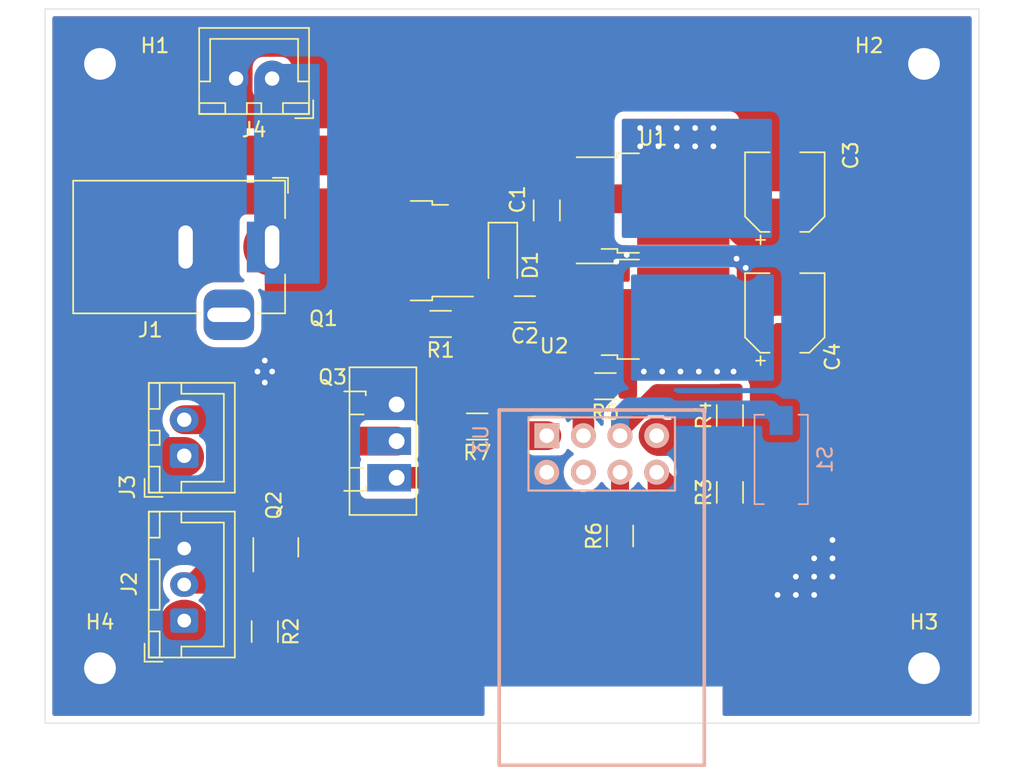
<source format=kicad_pcb>
(kicad_pcb (version 20211014) (generator pcbnew)
  (layers (0 "F.Cu" signal) (31 "B.Cu" signal) (34 "B.Paste" user) (35 "F.Paste" user) (36 "B.SilkS" user "B.Silkscreen") (37 "F.SilkS" user "F.Silkscreen") (38 "B.Mask" user) (39 "F.Mask" user) (44 "Edge.Cuts" user))
  (net 0 "")
  (net 1 "+24V")
  (net 2 "+5V")
  (net 3 "Net-(D1-Pad2)")
  (net 4 "Net-(J1-Pad1)")
  (net 5 "+3V3")
  (net 6 "Net-(R4-Pad2)")
  (net 7 "GND")
  (net 8 "Net-(J2-Pad2)")
  (net 9 "Net-(J3-Pad2)")
  (net 10 "Net-(Q2-Pad2)")
  (net 11 "Net-(R5-Pad2)")
  (net 12 "Net-(R6-Pad2)")
  (net 13 "Net-(R7-Pad1)")
  (net 15 "Net-(Q3-Pad1)")
  (footprint "Resistor_SMD:R_1206_3216Metric_Pad1.30x1.75mm_HandSolder" (layer "F.Cu") (at 138.553251 96.545751 180)
    (fp_text reference "R5" (at 0 -1.82) (layer "F.SilkS"))
    (fp_text value "1K")
    (fp_line (start -0.727064 0.91) (end 0.727064 0.91) (layer "F.SilkS") (width 0.12))
    (fp_line (start -0.727064 -0.91) (end 0.727064 -0.91) (layer "F.SilkS") (width 0.12))
    (pad "1" smd roundrect (at -1.55 0 180) (size 1.3 1.75) (layers "F.Cu" "F.Paste" "F.Mask") (roundrect_rratio 0.1923076923) (net 5 "+3V3"))
    (pad "2" smd roundrect (at 1.55 0 180) (size 1.3 1.75) (layers "F.Cu" "F.Paste" "F.Mask") (roundrect_rratio 0.1923076923) (net 11 "Net-(R5-Pad2)"))
  )
  (footprint "Connector_JST:JST_XH_B2B-XH-A_1x02_P2.50mm_Vertical" (layer "F.Cu") (at 115.439251 75.209751 180)
    (fp_text reference "J4" (at 1.25 -3.55 180) (layer "F.SilkS"))
    (fp_text value "Conn_01x02_Female")
    (fp_line (start -2.55 -2.45) (end -2.55 -1.7) (layer "F.SilkS") (width 0.12))
    (fp_line (start 5.05 -0.2) (end 4.3 -0.2) (layer "F.SilkS") (width 0.12))
    (fp_line (start -2.85 -2.75) (end -2.85 -1.5) (layer "F.SilkS") (width 0.12))
    (fp_line (start 1.75 -2.45) (end 0.75 -2.45) (layer "F.SilkS") (width 0.12))
    (fp_line (start 3.25 -1.7) (end 5.05 -1.7) (layer "F.SilkS") (width 0.12))
    (fp_line (start -2.56 3.51) (end 5.06 3.51) (layer "F.SilkS") (width 0.12))
    (fp_line (start 4.3 -0.2) (end 4.3 2.75) (layer "F.SilkS") (width 0.12))
    (fp_line (start -0.75 -2.45) (end -2.55 -2.45) (layer "F.SilkS") (width 0.12))
    (fp_line (start 1.75 -1.7) (end 1.75 -2.45) (layer "F.SilkS") (width 0.12))
    (fp_line (start -2.56 -2.46) (end -2.56 3.51) (layer "F.SilkS") (width 0.12))
    (fp_line (start 5.05 -1.7) (end 5.05 -2.45) (layer "F.SilkS") (width 0.12))
    (fp_line (start 5.06 3.51) (end 5.06 -2.46) (layer "F.SilkS") (width 0.12))
    (fp_line (start -2.55 -0.2) (end -1.8 -0.2) (layer "F.SilkS") (width 0.12))
    (fp_line (start -1.6 -2.75) (end -2.85 -2.75) (layer "F.SilkS") (width 0.12))
    (fp_line (start -2.55 -1.7) (end -0.75 -1.7) (layer "F.SilkS") (width 0.12))
    (fp_line (start 3.25 -2.45) (end 3.25 -1.7) (layer "F.SilkS") (width 0.12))
    (fp_line (start 5.06 -2.46) (end -2.56 -2.46) (layer "F.SilkS") (width 0.12))
    (fp_line (start 4.3 2.75) (end 1.25 2.75) (layer "F.SilkS") (width 0.12))
    (fp_line (start 0.75 -2.45) (end 0.75 -1.7) (layer "F.SilkS") (width 0.12))
    (fp_line (start 0.75 -1.7) (end 1.75 -1.7) (layer "F.SilkS") (width 0.12))
    (fp_line (start -1.8 -0.2) (end -1.8 2.75) (layer "F.SilkS") (width 0.12))
    (fp_line (start -0.75 -1.7) (end -0.75 -2.45) (layer "F.SilkS") (width 0.12))
    (fp_line (start -1.8 2.75) (end 1.25 2.75) (layer "F.SilkS") (width 0.12))
    (fp_line (start 5.05 -2.45) (end 3.25 -2.45) (layer "F.SilkS") (width 0.12))
    (pad "1" thru_hole roundrect (at 0 0 180) (size 1.7 2) (drill 1) (layers *.Cu *.Mask) (roundrect_rratio 0.1470588235) (net 4 "Net-(J1-Pad1)"))
    (pad "2" thru_hole oval (at 2.5 0 180) (size 1.7 2) (drill 1) (layers *.Cu *.Mask) (net 7 "GND"))
  )
  (footprint "Package_TO_SOT_SMD:TO-252-3_TabPin2" (layer "F.Cu") (at 141.855251 91.211751)
    (fp_text reference "U2" (at -6.858 2.54) (layer "F.SilkS"))
    (fp_text value "LD1086DT33TR")
    (fp_line (start -2.47 -3.45) (end -2.47 -3.18) (layer "F.SilkS") (width 0.12))
    (fp_line (start -0.97 3.45) (end -2.47 3.45) (layer "F.SilkS") (width 0.12))
    (fp_line (start -2.47 -3.18) (end -5.3 -3.18) (layer "F.SilkS") (width 0.12))
    (fp_line (start -2.47 3.18) (end -3.57 3.18) (layer "F.SilkS") (width 0.12))
    (fp_line (start -0.97 -3.45) (end -2.47 -3.45) (layer "F.SilkS") (width 0.12))
    (fp_line (start -2.47 3.45) (end -2.47 3.18) (layer "F.SilkS") (width 0.12))
    (pad "1" smd rect (at -4.2 -2.28) (size 2.2 1.2) (layers "F.Cu" "F.Paste" "F.Mask") (net 7 "GND"))
    (pad "2" smd rect (at 2.1 0) (size 6.4 5.8) (layers "F.Cu" "F.Mask") (net 5 "+3V3"))
    (pad "2" smd rect (at -4.2 0) (size 2.2 1.2) (layers "F.Cu" "F.Paste" "F.Mask") (net 5 "+3V3"))
    (pad "3" smd rect (at -4.2 2.28) (size 2.2 1.2) (layers "F.Cu" "F.Paste" "F.Mask") (net 1 "+24V"))
  )
  (footprint "Resistor_SMD:R_1206_3216Metric_Pad1.30x1.75mm_HandSolder" (layer "F.Cu") (at 127.123251 92.227751 180)
    (fp_text reference "R1" (at 0 -1.82) (layer "F.SilkS"))
    (fp_text value "R")
    (fp_line (start -0.727064 0.91) (end 0.727064 0.91) (layer "F.SilkS") (width 0.12))
    (fp_line (start -0.727064 -0.91) (end 0.727064 -0.91) (layer "F.SilkS") (width 0.12))
    (pad "1" smd roundrect (at -1.55 0 180) (size 1.3 1.75) (layers "F.Cu" "F.Paste" "F.Mask") (roundrect_rratio 0.1923076923) (net 3 "Net-(D1-Pad2)"))
    (pad "2" smd roundrect (at 1.55 0 180) (size 1.3 1.75) (layers "F.Cu" "F.Paste" "F.Mask") (roundrect_rratio 0.1923076923) (net 7 "GND"))
  )
  (footprint "Package_TO_SOT_SMD:TO-252-3_TabPin2" (layer "F.Cu") (at 141.855251 83.845751)
    (fp_text reference "U1" (at 0 -4.5) (layer "F.SilkS"))
    (fp_text value "LD1117DT50TR")
    (fp_line (start -2.47 3.45) (end -2.47 3.18) (layer "F.SilkS") (width 0.12))
    (fp_line (start -2.47 -3.18) (end -5.3 -3.18) (layer "F.SilkS") (width 0.12))
    (fp_line (start -2.47 3.18) (end -3.57 3.18) (layer "F.SilkS") (width 0.12))
    (fp_line (start -2.47 -3.45) (end -2.47 -3.18) (layer "F.SilkS") (width 0.12))
    (fp_line (start -0.97 -3.45) (end -2.47 -3.45) (layer "F.SilkS") (width 0.12))
    (fp_line (start -0.97 3.45) (end -2.47 3.45) (layer "F.SilkS") (width 0.12))
    (pad "1" smd rect (at -4.2 -2.28) (size 2.2 1.2) (layers "F.Cu" "F.Paste" "F.Mask") (net 7 "GND"))
    (pad "2" smd rect (at -4.2 0) (size 2.2 1.2) (layers "F.Cu" "F.Paste" "F.Mask") (net 2 "+5V"))
    (pad "2" smd rect (at 2.1 0) (size 6.4 5.8) (layers "F.Cu" "F.Mask") (net 2 "+5V"))
    (pad "3" smd rect (at -4.2 2.28) (size 2.2 1.2) (layers "F.Cu" "F.Paste" "F.Mask") (net 1 "+24V"))
  )
  (footprint "MountingHole:MountingHole_2.2mm_M2_Pad" (layer "F.Cu") (at 103.501251 74.193751)
    (fp_text reference "H1" (at 3.81 -1.27) (layer "F.SilkS"))
    (fp_text value "MountingHole_Pad")
    (pad "1" thru_hole circle (at 0 0) (size 4.4 4.4) (drill 2.2) (layers *.Cu *.Mask) (net 7 "GND"))
  )
  (footprint "Capacitor_SMD:CP_Elec_5x5.4" (layer "F.Cu") (at 150.999251 83.083751 90)
    (fp_text reference "C3" (at 2.54 4.572 90) (layer "F.SilkS"))
    (fp_text value "10uF")
    (fp_line (start -2.76 1.695563) (end -1.695563 2.76) (layer "F.SilkS") (width 0.12))
    (fp_line (start -2.76 -1.695563) (end -2.76 -1.06) (layer "F.SilkS") (width 0.12))
    (fp_line (start -3.625 -1.685) (end -3 -1.685) (layer "F.SilkS") (width 0.12))
    (fp_line (start -2.76 1.695563) (end -2.76 1.06) (layer "F.SilkS") (width 0.12))
    (fp_line (start 2.76 -2.76) (end 2.76 -1.06) (layer "F.SilkS") (width 0.12))
    (fp_line (start -3.3125 -1.9975) (end -3.3125 -1.3725) (layer "F.SilkS") (width 0.12))
    (fp_line (start -1.695563 2.76) (end 2.76 2.76) (layer "F.SilkS") (width 0.12))
    (fp_line (start 2.76 2.76) (end 2.76 1.06) (layer "F.SilkS") (width 0.12))
    (fp_line (start -2.76 -1.695563) (end -1.695563 -2.76) (layer "F.SilkS") (width 0.12))
    (fp_line (start -1.695563 -2.76) (end 2.76 -2.76) (layer "F.SilkS") (width 0.12))
    (pad "1" smd roundrect (at -2.2 0 90) (size 3 1.6) (layers "F.Cu" "F.Paste" "F.Mask") (roundrect_rratio 0.15625) (net 2 "+5V"))
    (pad "2" smd roundrect (at 2.2 0 90) (size 3 1.6) (layers "F.Cu" "F.Paste" "F.Mask") (roundrect_rratio 0.15625) (net 7 "GND"))
  )
  (footprint "MountingHole:MountingHole_2.2mm_M2_Pad" (layer "F.Cu") (at 160.651251 116.103751)
    (fp_text reference "H3" (at 0 -3.2) (layer "F.SilkS"))
    (fp_text value "MountingHole_Pad")
    (pad "1" thru_hole circle (at 0 0) (size 4.4 4.4) (drill 2.2) (layers *.Cu *.Mask) (net 7 "GND"))
  )
  (footprint "MountingHole:MountingHole_2.2mm_M2_Pad" (layer "F.Cu") (at 160.651251 74.193751)
    (fp_text reference "H2" (at -3.81 -1.27) (layer "F.SilkS"))
    (fp_text value "MountingHole_Pad")
    (pad "1" thru_hole circle (at 0 0) (size 4.4 4.4) (drill 2.2) (layers *.Cu *.Mask) (net 7 "GND"))
  )
  (footprint "Resistor_SMD:R_1206_3216Metric_Pad1.30x1.75mm_HandSolder" (layer "F.Cu") (at 129.663251 99.339751 180)
    (fp_text reference "R7" (at 0 -1.82) (layer "F.SilkS"))
    (fp_text value "R")
    (fp_line (start -0.727064 -0.91) (end 0.727064 -0.91) (layer "F.SilkS") (width 0.12))
    (fp_line (start -0.727064 0.91) (end 0.727064 0.91) (layer "F.SilkS") (width 0.12))
    (pad "1" smd roundrect (at -1.55 0 180) (size 1.3 1.75) (layers "F.Cu" "F.Paste" "F.Mask") (roundrect_rratio 0.1923076923) (net 13 "Net-(R7-Pad1)"))
    (pad "2" smd roundrect (at 1.55 0 180) (size 1.3 1.75) (layers "F.Cu" "F.Paste" "F.Mask") (roundrect_rratio 0.1923076923) (net 15 "Net-(Q3-Pad1)"))
  )
  (footprint "Package_TO_SOT_SMD:SOT-23" (layer "F.Cu") (at 115.693251 107.721751 90)
    (fp_text reference "Q2" (at 2.921 -0.127 90) (layer "F.SilkS"))
    (fp_text value "BS170")
    (fp_line (start 0 -1.56) (end -1.675 -1.56) (layer "F.SilkS") (width 0.12))
    (fp_line (start 0 1.56) (end -0.65 1.56) (layer "F.SilkS") (width 0.12))
    (fp_line (start 0 1.56) (end 0.65 1.56) (layer "F.SilkS") (width 0.12))
    (fp_line (start 0 -1.56) (end 0.65 -1.56) (layer "F.SilkS") (width 0.12))
    (pad "1" smd roundrect (at -0.9375 -0.95 90) (size 1.475 0.6) (layers "F.Cu" "F.Paste" "F.Mask") (net 5 "+3V3"))
    (pad "2" smd roundrect (at -0.9375 0.95 90) (size 1.475 0.6) (layers "F.Cu" "F.Paste" "F.Mask") (net 10 "Net-(Q2-Pad2)"))
    (pad "3" smd roundrect (at 0.9375 0 90) (size 1.475 0.6) (layers "F.Cu" "F.Paste" "F.Mask") (net 8 "Net-(J2-Pad2)"))
  )
  (footprint "Package_TO_SOT_SMD:TO-252-2" (layer "F.Cu") (at 124.075251 87.147751 180)
    (fp_text reference "Q1" (at 5.08 -4.699) (layer "F.SilkS"))
    (fp_text value "IRFR9024PBF")
    (fp_line (start -0.97 3.45) (end -2.47 3.45) (layer "F.SilkS") (width 0.12))
    (fp_line (start -0.97 -3.45) (end -2.47 -3.45) (layer "F.SilkS") (width 0.12))
    (fp_line (start -2.47 3.18) (end -3.57 3.18) (layer "F.SilkS") (width 0.12))
    (fp_line (start -2.47 3.45) (end -2.47 3.18) (layer "F.SilkS") (width 0.12))
    (fp_line (start -2.47 -3.18) (end -5.3 -3.18) (layer "F.SilkS") (width 0.12))
    (fp_line (start -2.47 -3.45) (end -2.47 -3.18) (layer "F.SilkS") (width 0.12))
    (pad "1" smd rect (at -4.2 -2.28 180) (size 2.2 1.2) (layers "F.Cu" "F.Paste" "F.Mask") (net 3 "Net-(D1-Pad2)"))
    (pad "2" smd rect (at 2.1 0 180) (size 6.4 5.8) (layers "F.Cu" "F.Mask") (net 4 "Net-(J1-Pad1)"))
    (pad "3" smd rect (at -4.2 2.28 180) (size 2.2 1.2) (layers "F.Cu" "F.Paste" "F.Mask") (net 1 "+24V"))
  )
  (footprint "Resistor_SMD:R_1206_3216Metric_Pad1.30x1.75mm_HandSolder" (layer "F.Cu") (at 147.189251 98.577751 90)
    (fp_text reference "R4" (at 0 -1.82 90) (layer "F.SilkS"))
    (fp_text value "1K")
    (fp_line (start -0.727064 -0.91) (end 0.727064 -0.91) (layer "F.SilkS") (width 0.12))
    (fp_line (start -0.727064 0.91) (end 0.727064 0.91) (layer "F.SilkS") (width 0.12))
    (pad "1" smd roundrect (at -1.55 0 90) (size 1.3 1.75) (layers "F.Cu" "F.Paste" "F.Mask") (roundrect_rratio 0.1923076923) (net 5 "+3V3"))
    (pad "2" smd roundrect (at 1.55 0 90) (size 1.3 1.75) (layers "F.Cu" "F.Paste" "F.Mask") (roundrect_rratio 0.1923076923) (net 6 "Net-(R4-Pad2)"))
  )
  (footprint "Resistor_SMD:R_1206_3216Metric_Pad1.30x1.75mm_HandSolder" (layer "F.Cu") (at 139.569251 106.933751 90)
    (fp_text reference "R6" (at 0 -1.82 90) (layer "F.SilkS"))
    (fp_text value "1K")
    (fp_line (start -0.727064 0.91) (end 0.727064 0.91) (layer "F.SilkS") (width 0.12))
    (fp_line (start -0.727064 -0.91) (end 0.727064 -0.91) (layer "F.SilkS") (width 0.12))
    (pad "1" smd roundrect (at -1.55 0 90) (size 1.3 1.75) (layers "F.Cu" "F.Paste" "F.Mask") (roundrect_rratio 0.1923076923) (net 5 "+3V3"))
    (pad "2" smd roundrect (at 1.55 0 90) (size 1.3 1.75) (layers "F.Cu" "F.Paste" "F.Mask") (roundrect_rratio 0.1923076923) (net 12 "Net-(R6-Pad2)"))
  )
  (footprint "Connector_JST:JST_XH_B2B-XH-A_1x02_P2.50mm_Vertical" (layer "F.Cu") (at 109.343251 101.371751 90)
    (fp_text reference "J3" (at -2.159 -3.937 90) (layer "F.SilkS"))
    (fp_text value "Lights Header")
    (fp_line (start 1.75 -2.45) (end 0.75 -2.45) (layer "F.SilkS") (width 0.12))
    (fp_line (start -2.55 -0.2) (end -1.8 -0.2) (layer "F.SilkS") (width 0.12))
    (fp_line (start 0.75 -2.45) (end 0.75 -1.7) (layer "F.SilkS") (width 0.12))
    (fp_line (start 3.25 -2.45) (end 3.25 -1.7) (layer "F.SilkS") (width 0.12))
    (fp_line (start 5.05 -2.45) (end 3.25 -2.45) (layer "F.SilkS") (width 0.12))
    (fp_line (start 5.05 -1.7) (end 5.05 -2.45) (layer "F.SilkS") (width 0.12))
    (fp_line (start -1.8 2.75) (end 1.25 2.75) (layer "F.SilkS") (width 0.12))
    (fp_line (start -2.55 -1.7) (end -0.75 -1.7) (layer "F.SilkS") (width 0.12))
    (fp_line (start -2.56 -2.46) (end -2.56 3.51) (layer "F.SilkS") (width 0.12))
    (fp_line (start -2.55 -2.45) (end -2.55 -1.7) (layer "F.SilkS") (width 0.12))
    (fp_line (start 4.3 -0.2) (end 4.3 2.75) (layer "F.SilkS") (width 0.12))
    (fp_line (start 3.25 -1.7) (end 5.05 -1.7) (layer "F.SilkS") (width 0.12))
    (fp_line (start -1.6 -2.75) (end -2.85 -2.75) (layer "F.SilkS") (width 0.12))
    (fp_line (start -2.56 3.51) (end 5.06 3.51) (layer "F.SilkS") (width 0.12))
    (fp_line (start 5.06 3.51) (end 5.06 -2.46) (layer "F.SilkS") (width 0.12))
    (fp_line (start 1.75 -1.7) (end 1.75 -2.45) (layer "F.SilkS") (width 0.12))
    (fp_line (start -0.75 -1.7) (end -0.75 -2.45) (layer "F.SilkS") (width 0.12))
    (fp_line (start -1.8 -0.2) (end -1.8 2.75) (layer "F.SilkS") (width 0.12))
    (fp_line (start -0.75 -2.45) (end -2.55 -2.45) (layer "F.SilkS") (width 0.12))
    (fp_line (start -2.85 -2.75) (end -2.85 -1.5) (layer "F.SilkS") (width 0.12))
    (fp_line (start 4.3 2.75) (end 1.25 2.75) (layer "F.SilkS") (width 0.12))
    (fp_line (start 0.75 -1.7) (end 1.75 -1.7) (layer "F.SilkS") (width 0.12))
    (fp_line (start 5.06 -2.46) (end -2.56 -2.46) (layer "F.SilkS") (width 0.12))
    (fp_line (start 5.05 -0.2) (end 4.3 -0.2) (layer "F.SilkS") (width 0.12))
    (pad "1" thru_hole roundrect (at 0 0 90) (size 1.7 2) (drill 1) (layers *.Cu *.Mask) (roundrect_rratio 0.1470588235) (net 1 "+24V"))
    (pad "2" thru_hole oval (at 2.5 0 90) (size 1.7 2) (drill 1) (layers *.Cu *.Mask) (net 9 "Net-(J3-Pad2)"))
  )
  (footprint "Resistor_SMD:R_1206_3216Metric_Pad1.30x1.75mm_HandSolder" (layer "F.Cu") (at 114.931251 113.563751 -90)
    (fp_text reference "R2" (at 0 -1.82 90) (layer "F.SilkS"))
    (fp_text value "R")
    (fp_line (start -0.727064 0.91) (end 0.727064 0.91) (layer "F.SilkS") (width 0.12))
    (fp_line (start -0.727064 -0.91) (end 0.727064 -0.91) (layer "F.SilkS") (width 0.12))
    (pad "1" smd roundrect (at -1.55 0 270) (size 1.3 1.75) (layers "F.Cu" "F.Paste" "F.Mask") (roundrect_rratio 0.1923076923) (net 8 "Net-(J2-Pad2)"))
    (pad "2" smd roundrect (at 1.55 0 270) (size 1.3 1.75) (layers "F.Cu" "F.Paste" "F.Mask") (roundrect_rratio 0.1923076923) (net 2 "+5V"))
  )
  (footprint "Capacitor_SMD:CP_Elec_5x5.4" (layer "F.Cu") (at 150.999251 91.465751 90)
    (fp_text reference "C4" (at -3.048 3.302 90) (layer "F.SilkS"))
    (fp_text value "10uF")
    (fp_line (start 2.76 2.76) (end 2.76 1.06) (layer "F.SilkS") (width 0.12))
    (fp_line (start -1.695563 -2.76) (end 2.76 -2.76) (layer "F.SilkS") (width 0.12))
    (fp_line (start -2.76 1.695563) (end -2.76 1.06) (layer "F.SilkS") (width 0.12))
    (fp_line (start -2.76 -1.695563) (end -1.695563 -2.76) (layer "F.SilkS") (width 0.12))
    (fp_line (start -3.3125 -1.9975) (end -3.3125 -1.3725) (layer "F.SilkS") (width 0.12))
    (fp_line (start -1.695563 2.76) (end 2.76 2.76) (layer "F.SilkS") (width 0.12))
    (fp_line (start -3.625 -1.685) (end -3 -1.685) (layer "F.SilkS") (width 0.12))
    (fp_line (start -2.76 1.695563) (end -1.695563 2.76) (layer "F.SilkS") (width 0.12))
    (fp_line (start -2.76 -1.695563) (end -2.76 -1.06) (layer "F.SilkS") (width 0.12))
    (fp_line (start 2.76 -2.76) (end 2.76 -1.06) (layer "F.SilkS") (width 0.12))
    (pad "1" smd roundrect (at -2.2 0 90) (size 3 1.6) (layers "F.Cu" "F.Paste" "F.Mask") (roundrect_rratio 0.15625) (net 5 "+3V3"))
    (pad "2" smd roundrect (at 2.2 0 90) (size 3 1.6) (layers "F.Cu" "F.Paste" "F.Mask") (roundrect_rratio 0.15625) (net 7 "GND"))
  )
  (footprint "Capacitor_SMD:C_1206_3216Metric_Pad1.33x1.80mm_HandSolder" (layer "F.Cu") (at 132.965251 91.211751 180)
    (fp_text reference "C2" (at 0 -1.85) (layer "F.SilkS"))
    (fp_text value "100nF")
    (fp_line (start -0.711252 -0.91) (end 0.711252 -0.91) (layer "F.SilkS") (width 0.12))
    (fp_line (start -0.711252 0.91) (end 0.711252 0.91) (layer "F.SilkS") (width 0.12))
    (pad "1" smd roundrect (at -1.5625 0 180) (size 1.325 1.8) (layers "F.Cu" "F.Paste" "F.Mask") (roundrect_rratio 0.1886792453) (net 1 "+24V"))
    (pad "2" smd roundrect (at 1.5625 0 180) (size 1.325 1.8) (layers "F.Cu" "F.Paste" "F.Mask") (roundrect_rratio 0.1886792453) (net 7 "GND"))
  )
  (footprint "MountingHole:MountingHole_2.2mm_M2_Pad" (layer "F.Cu") (at 103.501251 116.103751)
    (fp_text reference "H4" (at 0 -3.2) (layer "F.SilkS"))
    (fp_text value "MountingHole_Pad")
    (pad "1" thru_hole circle (at 0 0) (size 4.4 4.4) (drill 2.2) (layers *.Cu *.Mask) (net 7 "GND"))
  )
  (footprint "Connector_BarrelJack:BarrelJack_Horizontal" (layer "F.Cu") (at 115.439251 86.893751)
    (fp_text reference "J1" (at -8.45 5.75) (layer "F.SilkS"))
    (fp_text value "Barrel_Jack_MountingPin")
    (fp_line (start -13.8 -4.6) (end 0.9 -4.6) (layer "F.SilkS") (width 0.12))
    (fp_line (start 0.9 1.9) (end 0.9 4.6) (layer "F.SilkS") (width 0.12))
    (fp_line (start -5 4.6) (end -13.8 4.6) (layer "F.SilkS") (width 0.12))
    (fp_line (start 0.9 -4.6) (end 0.9 -2) (layer "F.SilkS") (width 0.12))
    (fp_line (start 1.1 -3.75) (end 1.1 -4.8) (layer "F.SilkS") (width 0.12))
    (fp_line (start 0.9 4.6) (end -1 4.6) (layer "F.SilkS") (width 0.12))
    (fp_line (start -13.8 4.6) (end -13.8 -4.6) (layer "F.SilkS") (width 0.12))
    (fp_line (start 0.05 -4.8) (end 1.1 -4.8) (layer "F.SilkS") (width 0.12))
    (pad "1" thru_hole rect (at 0 0) (size 3.5 3.5) (drill oval 1 3) (layers *.Cu *.Mask) (net 4 "Net-(J1-Pad1)"))
    (pad "2" thru_hole roundrect (at -6 0) (size 3 3.5) (drill oval 1 3) (layers *.Cu *.Mask) (net 7 "GND"))
    (pad "3" thru_hole roundrect (at -3 4.7) (size 3.5 3.5) (drill oval 3 1) (layers *.Cu *.Mask))
  )
  (footprint "Resistor_SMD:R_1206_3216Metric_Pad1.30x1.75mm_HandSolder" (layer "F.Cu") (at 147.189251 103.911751 90)
    (fp_text reference "R3" (at 0 -1.82 90) (layer "F.SilkS"))
    (fp_text value "R")
    (fp_line (start -0.727064 -0.91) (end 0.727064 -0.91) (layer "F.SilkS") (width 0.12))
    (fp_line (start -0.727064 0.91) (end 0.727064 0.91) (layer "F.SilkS") (width 0.12))
    (pad "1" smd roundrect (at -1.55 0 90) (size 1.3 1.75) (layers "F.Cu" "F.Paste" "F.Mask") (roundrect_rratio 0.1923076923) (net 10 "Net-(Q2-Pad2)"))
    (pad "2" smd roundrect (at 1.55 0 90) (size 1.3 1.75) (layers "F.Cu" "F.Paste" "F.Mask") (roundrect_rratio 0.1923076923) (net 5 "+3V3"))
  )
  (footprint "Capacitor_SMD:C_1206_3216Metric_Pad1.33x1.80mm_HandSolder" (layer "F.Cu") (at 134.489251 84.353751 90)
    (fp_text reference "C1" (at 0.762 -2.032 90) (layer "F.SilkS"))
    (fp_text value "100nF")
    (fp_line (start -0.711252 0.91) (end 0.711252 0.91) (layer "F.SilkS") (width 0.12))
    (fp_line (start -0.711252 -0.91) (end 0.711252 -0.91) (layer "F.SilkS") (width 0.12))
    (pad "1" smd roundrect (at -1.5625 0 90) (size 1.325 1.8) (layers "F.Cu" "F.Paste" "F.Mask") (roundrect_rratio 0.1886792453) (net 1 "+24V"))
    (pad "2" smd roundrect (at 1.5625 0 90) (size 1.325 1.8) (layers "F.Cu" "F.Paste" "F.Mask") (roundrect_rratio 0.1886792453) (net 7 "GND"))
  )
  (footprint "Connector_JST:JST_XH_B3B-XH-A_1x03_P2.50mm_Vertical" (layer "F.Cu") (at 109.343251 112.801751 90)
    (fp_text reference "J2" (at 2.54 -3.81 90) (layer "F.SilkS"))
    (fp_text value "RGB LED Header")
    (fp_line (start 4.25 -2.45) (end 0.75 -2.45) (layer "F.SilkS") (width 0.12))
    (fp_line (start 5.75 -1.7) (end 7.55 -1.7) (layer "F.SilkS") (width 0.12))
    (fp_line (start 7.55 -2.45) (end 5.75 -2.45) (layer "F.SilkS") (width 0.12))
    (fp_line (start 0.75 -1.7) (end 4.25 -1.7) (layer "F.SilkS") (width 0.12))
    (fp_line (start 5.75 -2.45) (end 5.75 -1.7) (layer "F.SilkS") (width 0.12))
    (fp_line (start -1.6 -2.75) (end -2.85 -2.75) (layer "F.SilkS") (width 0.12))
    (fp_line (start 4.25 -1.7) (end 4.25 -2.45) (layer "F.SilkS") (width 0.12))
    (fp_line (start -2.56 -2.46) (end -2.56 3.51) (layer "F.SilkS") (width 0.12))
    (fp_line (start 6.8 -0.2) (end 6.8 2.75) (layer "F.SilkS") (width 0.12))
    (fp_line (start 7.55 -0.2) (end 6.8 -0.2) (layer "F.SilkS") (width 0.12))
    (fp_line (start 6.8 2.75) (end 2.5 2.75) (layer "F.SilkS") (width 0.12))
    (fp_line (start -0.75 -2.45) (end -2.55 -2.45) (layer "F.SilkS") (width 0.12))
    (fp_line (start 7.56 3.51) (end 7.56 -2.46) (layer "F.SilkS") (width 0.12))
    (fp_line (start -1.8 -0.2) (end -1.8 2.75) (layer "F.SilkS") (width 0.12))
    (fp_line (start -1.8 2.75) (end 2.5 2.75) (layer "F.SilkS") (width 0.12))
    (fp_line (start -2.55 -2.45) (end -2.55 -1.7) (layer "F.SilkS") (width 0.12))
    (fp_line (start 0.75 -2.45) (end 0.75 -1.7) (layer "F.SilkS") (width 0.12))
    (fp_line (start -0.75 -1.7) (end -0.75 -2.45) (layer "F.SilkS") (width 0.12))
    (fp_line (start 7.55 -1.7) (end 7.55 -2.45) (layer "F.SilkS") (width 0.12))
    (fp_line (start -2.56 3.51) (end 7.56 3.51) (layer "F.SilkS") (width 0.12))
    (fp_line (start -2.85 -2.75) (end -2.85 -1.5) (layer "F.SilkS") (width 0.12))
    (fp_line (start -2.55 -0.2) (end -1.8 -0.2) (layer "F.SilkS") (width 0.12))
    (fp_line (start 7.56 -2.46) (end -2.56 -2.46) (layer "F.SilkS") (width 0.12))
    (fp_line (start -2.55 -1.7) (end -0.75 -1.7) (layer "F.SilkS") (width 0.12))
    (pad "1" thru_hole roundrect (at 0 0 90) (size 1.7 1.95) (drill 0.95) (layers *.Cu *.Mask) (roundrect_rratio 0.1470588235) (net 2 "+5V"))
    (pad "2" thru_hole oval (at 2.5 0 90) (size 1.7 1.95) (drill 0.95) (layers *.Cu *.Mask) (net 8 "Net-(J2-Pad2)"))
    (pad "3" thru_hole oval (at 5 0 90) (size 1.7 1.95) (drill 0.95) (layers *.Cu *.Mask) (net 7 "GND"))
  )
  (footprint "Diode_SMD:D_SOD-123F" (layer "F.Cu") (at 131.441251 87.401751 -90)
    (fp_text reference "D1" (at 0.762 -1.905 90) (layer "F.SilkS"))
    (fp_text value "D_Zener")
    (fp_line (start -2.2 -1) (end -2.2 1) (layer "F.SilkS") (width 0.12))
    (fp_line (start -2.2 1) (end 1.65 1) (layer "F.SilkS") (width 0.12))
    (fp_line (start -2.2 -1) (end 1.65 -1) (layer "F.SilkS") (width 0.12))
    (pad "1" smd rect (at -1.4 0 270) (size 1.1 1.1) (layers "F.Cu" "F.Paste" "F.Mask") (net 1 "+24V"))
    (pad "2" smd rect (at 1.4 0 270) (size 1.1 1.1) (layers "F.Cu" "F.Paste" "F.Mask") (net 3 "Net-(D1-Pad2)"))
  )
  (footprint "My:TO-220-3_Vertical DDPAK Dual" (layer "F.Cu") (at 124.075251 102.895751 90)
    (fp_text reference "Q3" (at 6.985 -4.445 180) (layer "F.SilkS"))
    (fp_text value "FQP/B30N06L")
    (fp_line (start 5.99 -2.14) (end 5.72 -2.14) (layer "F.SilkS") (width 0.12))
    (fp_line (start 5.72 -2.14) (end 5.72 -2.14) (layer "F.SilkS") (width 0.12))
    (fp_line (start 4.391 -3.27) (end 4.391 -2.286) (layer "F.SilkS") (width 0.12))
    (fp_line (start -2.58 -3.27) (end -2.58 1.371) (layer "F.SilkS") (width 0.12))
    (fp_line (start -0.91 -2.14) (end -0.64 -2.14) (layer "F.SilkS") (width 0.12))
    (fp_line (start -0.91 -3.64) (end -0.91 -2.14) (layer "F.SilkS") (width 0.12))
    (fp_line (start -0.64 -2.14) (end -0.64 -2.14) (layer "F.SilkS") (width 0.12))
    (fp_line (start 0.69 -3.27) (end 0.69 -2.286) (layer "F.SilkS") (width 0.12))
    (fp_line (start -2.58 -3.27) (end 7.66 -3.27) (layer "F.SilkS") (width 0.12))
    (fp_line (start 7.66 -3.27) (end 7.66 1.371) (layer "F.SilkS") (width 0.12))
    (fp_line (start 5.99 -3.64) (end 5.99 -2.14) (layer "F.SilkS") (width 0.12))
    (fp_line (start -2.58 1.371) (end 7.66 1.371) (layer "F.SilkS") (width 0.12))
    (pad "1" thru_hole rect (at 0 0 90) (size 1.905 3.032) (drill 1.1 (offset 0 -0.516)) (layers *.Cu *.Mask) (net 15 "Net-(Q3-Pad1)"))
    (pad "2" smd rect (at 2.54 -6.71 180) (size 6.4 5.8) (layers "F.Cu" "F.Mask") (net 9 "Net-(J3-Pad2)"))
    (pad "2" thru_hole rect (at 2.54 0 90) (size 1.905 3.032) (drill 1.1 (offset 0 -0.516)) (layers *.Cu *.Mask) (net 9 "Net-(J3-Pad2)"))
    (pad "3" thru_hole rect (at 5.08 0 90) (size 1.905 3.032) (drill 1.1 (offset 0 -0.516)) (layers *.Cu *.Mask) (net 7 "GND"))
  )
  (footprint "Button_Switch_SMD:SW_SPST_EVQPE1" (layer "B.Cu") (at 150.745251 101.625751 -90)
    (fp_text reference "S1" (at 0 -3.048 90) (layer "B.SilkS") (effects (justify mirror)))
    (fp_text value "Reset")
    (fp_line (start -3.1 1.85) (end -3.1 1.2) (layer "B.SilkS") (width 0.12))
    (fp_line (start 3.1 -1.85) (end 3.1 -1.2) (layer "B.SilkS") (width 0.12))
    (fp_line (start -3.1 -1.85) (end 3.1 -1.85) (layer "B.SilkS") (width 0.12))
    (fp_line (start 3.1 1.85) (end -3.1 1.85) (layer "B.SilkS") (width 0.12))
    (fp_line (start 3.1 1.85) (end 3.1 1.2) (layer "B.SilkS") (width 0.12))
    (fp_line (start -3.1 -1.2) (end -3.1 -1.85) (layer "B.SilkS") (width 0.12))
    (pad "1" smd rect (at -2.7 0 270) (size 2 1.6) (layers "B.Cu" "B.Paste" "B.Mask") (net 6 "Net-(R4-Pad2)"))
    (pad "2" smd rect (at 2.7 0 270) (size 2 1.6) (layers "B.Cu" "B.Paste" "B.Mask") (net 7 "GND"))
  )
  (footprint "ESP8266:ESP-01" (layer "B.Cu") (at 134.489251 99.974751 -90)
    (fp_text reference "U3" (at 0.254 4.572 90) (layer "B.SilkS") (effects (justify mirror)))
    (fp_text value "ESP-01")
    (fp_line (start -1.27 -8.89) (end 3.81 -8.89) (layer "B.SilkS") (width 0.1524))
    (fp_line (start -1.27 -1.27) (end -1.27 -8.89) (layer "B.SilkS") (width 0.1524))
    (fp_line (start -1.778 3.302) (end 22.86 3.302) (layer "B.SilkS") (width 0.254))
    (fp_line (start 3.81 1.27) (end 1.27 1.27) (layer "B.SilkS") (width 0.1524))
    (fp_line (start 1.27 1.27) (end -1.27 1.27) (layer "B.SilkS") (width 0.1524))
    (fp_line (start 3.81 -8.89) (end 3.81 1.27) (layer "B.SilkS") (width 0.1524))
    (fp_line (start 22.86 3.302) (end 22.86 -10.922) (layer "B.SilkS") (width 0.254))
    (fp_line (start -1.27 1.27) (end -1.27 -1.27) (layer "B.SilkS") (width 0.1524))
    (fp_line (start 22.86 -10.922) (end -1.778 -10.922) (layer "B.SilkS") (width 0.254))
    (fp_line (start -1.778 -10.922) (end -1.778 3.302) (layer "B.SilkS") (width 0.254))
    (pad "1" thru_hole rect locked (at 0 0 270) (size 1.7272 1.7272) (drill 1.016) (layers *.Cu *.Mask "B.SilkS") (net 13 "Net-(R7-Pad1)"))
    (pad "2" thru_hole oval locked (at 2.54 0 270) (size 1.7272 1.7272) (drill 1.016) (layers *.Cu *.Mask "B.SilkS") (net 7 "GND"))
    (pad "3" thru_hole oval locked (at 0 -2.54 270) (size 1.7272 1.7272) (drill 1.016) (layers *.Cu *.Mask "B.SilkS") (net 11 "Net-(R5-Pad2)"))
    (pad "4" thru_hole oval locked (at 2.54 -2.54 270) (size 1.7272 1.7272) (drill 1.016) (layers *.Cu *.Mask "B.SilkS"))
    (pad "5" thru_hole oval locked (at 0 -5.08 270) (size 1.7272 1.7272) (drill 1.016) (layers *.Cu *.Mask "B.SilkS") (net 6 "Net-(R4-Pad2)"))
    (pad "6" thru_hole oval locked (at 2.54 -5.08 270) (size 1.7272 1.7272) (drill 1.016) (layers *.Cu *.Mask "B.SilkS") (net 12 "Net-(R6-Pad2)"))
    (pad "7" thru_hole oval locked (at 0 -7.62 270) (size 1.7272 1.7272) (drill 1.016) (layers *.Cu *.Mask "B.SilkS") (net 5 "+3V3"))
    (pad "8" thru_hole oval locked (at 2.54 -7.62 270) (size 1.7272 1.7272) (drill 1.016) (layers *.Cu *.Mask "B.SilkS") (net 10 "Net-(Q2-Pad2)"))
  )
  (gr_line (start 99.691251 70.383751) (end 164.461251 70.383751) (layer "Edge.Cuts") (width 0.05))
  (gr_line (start 164.461251 119.913751) (end 99.691251 119.913751) (layer "Edge.Cuts") (width 0.05))
  (gr_line (start 164.461251 70.383751) (end 164.461251 119.913751) (layer "Edge.Cuts") (width 0.05))
  (gr_line (start 99.691251 119.913751) (end 99.691251 70.383751) (layer "Edge.Cuts") (width 0.05))
  (segment (start 126.361251 80.543751) (end 107.057251 80.543751) (width 2.75) (layer "F.Cu") (net 1))
  (segment (start 134.403751 86.001751) (end 134.489251 85.916251) (width 2.75) (layer "F.Cu") (net 1))
  (segment (start 131.441251 86.001751) (end 134.403751 86.001751) (width 2.75) (layer "F.Cu") (net 1))
  (segment (start 134.489251 85.916251) (end 134.489251 91.173251) (width 3) (layer "F.Cu") (net 1))
  (segment (start 129.409251 86.001751) (end 128.275251 84.867751) (width 2.75) (layer "F.Cu") (net 1))
  (segment (start 134.527751 91.211751) (end 134.527751 93.184251) (width 3) (layer "F.Cu") (net 1))
  (segment (start 105.533251 99.593751) (end 107.386251 101.446751) (width 2.75) (layer "F.Cu") (net 1))
  (segment (start 107.057251 80.543751) (end 105.533251 82.067751) (width 2.75) (layer "F.Cu") (net 1))
  (segment (start 134.698751 86.125751) (end 134.489251 85.916251) (width 2.75) (layer "F.Cu") (net 1))
  (segment (start 128.275251 82.457751) (end 126.361251 80.543751) (width 2.75) (layer "F.Cu") (net 1))
  (segment (start 134.527751 93.184251) (end 134.855251 93.511751) (width 3) (layer "F.Cu") (net 1))
  (segment (start 107.386251 101.446751) (end 109.343251 101.446751) (width 2.75) (layer "F.Cu") (net 1))
  (segment (start 131.441251 86.001751) (end 129.409251 86.001751) (width 2.75) (layer "F.Cu") (net 1))
  (segment (start 134.855251 93.511751) (end 137.655251 93.511751) (width 3) (layer "F.Cu") (net 1))
  (segment (start 134.489251 91.173251) (end 134.527751 91.211751) (width 3) (layer "F.Cu") (net 1))
  (segment (start 128.275251 84.867751) (end 128.275251 82.457751) (width 2.75) (layer "F.Cu") (net 1))
  (segment (start 105.533251 82.067751) (end 105.533251 99.593751) (width 2.75) (layer "F.Cu") (net 1))
  (segment (start 137.655251 86.125751) (end 134.698751 86.125751) (width 2.75) (layer "F.Cu") (net 1))
  (segment (start 143.955251 83.845751) (end 143.660251 83.550751) (width 2) (layer "F.Cu") (net 2))
  (segment (start 148.627251 85.283751) (end 147.189251 83.845751) (width 3.5) (layer "F.Cu") (net 2))
  (segment (start 114.931251 115.113751) (end 109.877251 115.113751) (width 3.5) (layer "F.Cu") (net 2))
  (segment (start 147.189251 83.845751) (end 143.955251 83.845751) (width 3.5) (layer "F.Cu") (net 2))
  (segment (start 158.111251 88.925751) (end 158.111251 110.769751) (width 3.5) (layer "F.Cu") (net 2))
  (segment (start 109.343251 114.579751) (end 109.343251 113.101751) (width 3.5) (layer "F.Cu") (net 2))
  (segment (start 143.660251 83.550751) (end 137.655251 83.550751) (width 2) (layer "F.Cu") (net 2))
  (segment (start 109.877251 115.113751) (end 109.343251 114.579751) (width 3.5) (layer "F.Cu") (net 2))
  (segment (start 158.111251 110.769751) (end 153.767251 115.113751) (width 3.5) (layer "F.Cu") (net 2))
  (segment (start 153.767251 115.113751) (end 114.931251 115.113751) (width 3.5) (layer "F.Cu") (net 2))
  (segment (start 154.469251 85.283751) (end 158.111251 88.925751) (width 3.5) (layer "F.Cu") (net 2))
  (segment (start 150.999251 85.283751) (end 154.469251 85.283751) (width 3.5) (layer "F.Cu") (net 2))
  (segment (start 150.999251 85.283751) (end 148.627251 85.283751) (width 3.5) (layer "F.Cu") (net 2))
  (via (at 140.966251 78.638751) (size 0.8) (drill 0.4) (layers "F.Cu" "B.Cu") (net 2))
  (via (at 140.966251 79.908751) (size 0.8) (drill 0.4) (layers "F.Cu" "B.Cu") (net 2))
  (via (at 142.236251 79.908751) (size 0.8) (drill 0.4) (layers "F.Cu" "B.Cu") (net 2))
  (via (at 146.046251 79.908751) (size 0.8) (drill 0.4) (layers "F.Cu" "B.Cu") (net 2))
  (via (at 143.506251 79.908751) (size 0.8) (drill 0.4) (layers "F.Cu" "B.Cu") (net 2))
  (via (at 144.776251 79.908751) (size 0.8) (drill 0.4) (layers "F.Cu" "B.Cu") (net 2))
  (via (at 146.046251 78.638751) (size 0.8) (drill 0.4) (layers "F.Cu" "B.Cu") (net 2))
  (via (at 144.776251 78.638751) (size 0.8) (drill 0.4) (layers "F.Cu" "B.Cu") (net 2))
  (via (at 142.236251 78.638751) (size 0.8) (drill 0.4) (layers "F.Cu" "B.Cu") (net 2))
  (via (at 143.506251 78.638751) (size 0.8) (drill 0.4) (layers "F.Cu" "B.Cu") (net 2))
  (segment (start 128.901251 88.801751) (end 128.275251 89.427751) (width 1.5) (layer "F.Cu") (net 3))
  (segment (start 128.275251 91.829751) (end 128.673251 92.227751) (width 2.75) (layer "F.Cu") (net 3))
  (segment (start 128.275251 89.427751) (end 128.275251 91.829751) (width 2.75) (layer "F.Cu") (net 3))
  (segment (start 131.441251 88.801751) (end 128.901251 88.801751) (width 1.5) (layer "F.Cu") (net 3))
  (segment (start 115.439251 86.893751) (end 121.721251 86.893751) (width 4) (layer "F.Cu") (net 4))
  (segment (start 121.721251 86.893751) (end 121.975251 87.147751) (width 4) (layer "F.Cu") (net 4))
  (segment (start 115.439251 75.209751) (end 115.439251 86.893751) (width 2.5) (layer "B.Cu") (net 4))
  (segment (start 147.189251 100.127751) (end 142.262251 100.127751) (width 2.5) (layer "F.Cu") (net 5))
  (segment (start 148.162251 109.034751) (end 146.046251 111.150751) (width 2.5) (layer "F.Cu") (net 5))
  (segment (start 141.220251 95.529751) (end 142.490251 95.529751) (width 1.25) (layer "F.Cu") (net 5))
  (segment (start 150.999251 106.197751) (end 148.162251 109.034751) (width 2.5) (layer "F.Cu") (net 5))
  (segment (start 150.999251 101.345751) (end 148.407251 101.345751) (width 2.5) (layer "F.Cu") (net 5))
  (segment (start 114.743251 108.659251) (end 114.743251 109.103695) (width 1.5) (layer "F.Cu") (net 5))
  (segment (start 114.743251 109.103695) (end 116.790307 111.150751) (width 1.5) (layer "F.Cu") (net 5))
  (segment (start 147.443251 95.529751) (end 150.491251 95.529751) (width 1.25) (layer "F.Cu") (net 5))
  (segment (start 150.999251 93.665751) (end 146.409251 93.665751) (width 2.5) (layer "F.Cu") (net 5))
  (segment (start 143.760251 95.529751) (end 145.030251 95.529751) (width 1.25) (layer "F.Cu") (net 5))
  (segment (start 116.790307 111.150751) (end 117.852251 111.150751) (width 1.5) (layer "F.Cu") (net 5))
  (segment (start 140.331251 95.529751) (end 141.220251 95.529751) (width 1.25) (layer "F.Cu") (net 5))
  (segment (start 140.103251 95.757751) (end 140.331251 95.529751) (width 1.25) (layer "F.Cu") (net 5))
  (segment (start 150.999251 95.021751) (end 150.999251 101.345751) (width 2.5) (layer "F.Cu") (net 5))
  (segment (start 146.300251 95.529751) (end 147.443251 95.529751) (width 1.25) (layer "F.Cu") (net 5))
  (segment (start 146.409251 93.665751) (end 143.955251 91.211751) (width 2.5) (layer "F.Cu") (net 5))
  (segment (start 140.103251 96.545751) (end 140.103251 95.757751) (width 1.25) (layer "F.Cu") (net 5))
  (segment (start 146.046251 111.150751) (end 117.852251 111.150751) (width 2.5) (layer "F.Cu") (net 5))
  (segment (start 147.189251 102.361751) (end 147.189251 100.127751) (width 2.5) (layer "F.Cu") (net 5))
  (segment (start 148.162251 109.034751) (end 139.679037 109.034751) (width 2.5) (layer "F.Cu") (net 5))
  (segment (start 148.407251 101.345751) (end 147.189251 100.127751) (width 2.5) (layer "F.Cu") (net 5))
  (segment (start 150.999251 101.345751) (end 150.999251 106.197751) (width 2.5) (layer "F.Cu") (net 5))
  (segment (start 150.491251 95.529751) (end 150.999251 95.021751) (width 1.25) (layer "F.Cu") (net 5))
  (segment (start 143.955251 91.211751) (end 143.555251 90.811751) (width 2) (layer "F.Cu") (net 5))
  (segment (start 145.030251 95.529751) (end 146.300251 95.529751) (width 1.25) (layer "F.Cu") (net 5))
  (segment (start 142.262251 100.127751) (end 142.109251 99.974751) (width 2.5) (layer "F.Cu") (net 5))
  (segment (start 150.999251 93.665751) (end 150.999251 95.021751) (width 2.5) (layer "F.Cu") (net 5))
  (segment (start 143.555251 90.811751) (end 137.655251 90.811751) (width 2) (layer "F.Cu") (net 5))
  (segment (start 142.490251 95.529751) (end 143.760251 95.529751) (width 1.25) (layer "F.Cu") (net 5))
  (via (at 143.760251 95.529751) (size 0.8) (drill 0.4) (layers "F.Cu" "B.Cu") (net 5))
  (via (at 141.220251 95.529751) (size 0.8) (drill 0.4) (layers "F.Cu" "B.Cu") (net 5))
  (via (at 147.443251 95.529751) (size 0.8) (drill 0.4) (layers "F.Cu" "B.Cu") (net 5))
  (via (at 146.300251 95.529751) (size 0.8) (drill 0.4) (layers "F.Cu" "B.Cu") (net 5))
  (via (at 145.030251 95.529751) (size 0.8) (drill 0.4) (layers "F.Cu" "B.Cu") (net 5))
  (via (at 142.490251 95.529751) (size 0.8) (drill 0.4) (layers "F.Cu" "B.Cu") (net 5))
  (segment (start 140.903757 98.245751) (end 140.948531 98.245751) (width 1.25) (layer "F.Cu") (net 6))
  (segment (start 142.166531 97.027751) (end 147.189251 97.027751) (width 1.25) (layer "F.Cu") (net 6))
  (segment (start 139.569251 99.580257) (end 140.903757 98.245751) (width 1.25) (layer "F.Cu") (net 6))
  (segment (start 139.569251 99.974751) (end 139.569251 99.580257) (width 1.25) (layer "F.Cu") (net 6))
  (segment (start 140.948531 98.245751) (end 142.166531 97.027751) (width 1.25) (layer "F.Cu") (net 6))
  (segment (start 140.204251 97.942751) (end 142.871251 97.942751) (width 1.25) (layer "B.Cu") (net 6))
  (segment (start 149.381251 98.163751) (end 143.092251 98.163751) (width 1.25) (layer "B.Cu") (net 6))
  (segment (start 142.871251 97.942751) (end 143.092251 98.163751) (width 1.25) (layer "B.Cu") (net 6))
  (segment (start 139.569251 98.577751) (end 140.204251 97.942751) (width 1.25) (layer "B.Cu") (net 6))
  (segment (start 149.381251 98.163751) (end 149.983251 98.163751) (width 1.25) (layer "B.Cu") (net 6))
  (segment (start 139.569251 98.577751) (end 139.569251 99.974751) (width 1.25) (layer "B.Cu") (net 6))
  (segment (start 149.983251 98.163751) (end 150.745251 98.925751) (width 1.25) (layer "B.Cu") (net 6))
  (segment (start 147.649251 87.703751) (end 148.284251 88.338751) (width 1) (layer "F.Cu") (net 7))
  (segment (start 144.256427 87.611751) (end 147.557251 87.611751) (width 1) (layer "F.Cu") (net 7))
  (segment (start 138.293251 88.931751) (end 139.315251 87.909751) (width 1) (layer "F.Cu") (net 7))
  (segment (start 144.090427 87.445751) (end 144.256427 87.611751) (width 1) (layer "F.Cu") (net 7))
  (segment (start 139.779251 87.445751) (end 140.033251 87.445751) (width 1) (layer "F.Cu") (net 7))
  (segment (start 137.655251 88.931751) (end 138.293251 88.931751) (width 1) (layer "F.Cu") (net 7))
  (segment (start 140.033251 87.445751) (end 144.090427 87.445751) (width 1) (layer "F.Cu") (net 7))
  (segment (start 139.315251 87.909751) (end 139.779251 87.445751) (width 1) (layer "F.Cu") (net 7))
  (segment (start 147.557251 87.611751) (end 147.649251 87.703751) (width 1) (layer "F.Cu") (net 7))
  (segment (start 149.211251 89.265751) (end 150.999251 89.265751) (width 1) (layer "F.Cu") (net 7))
  (segment (start 148.284251 88.338751) (end 149.211251 89.265751) (width 1) (layer "F.Cu") (net 7))
  (via (at 140.033251 87.445751) (size 0.8) (drill 0.4) (layers "F.Cu" "B.Cu") (net 7))
  (via (at 151.761251 111.023751) (size 0.8) (drill 0.4) (layers "F.Cu" "B.Cu") (net 7))
  (via (at 114.423251 95.529751) (size 0.8) (drill 0.4) (layers "F.Cu" "B.Cu") (net 7))
  (via (at 154.301251 107.213751) (size 0.8) (drill 0.4) (layers "F.Cu" "B.Cu") (net 7))
  (via (at 148.284251 88.338751) (size 0.8) (drill 0.4) (layers "F.Cu" "B.Cu") (net 7))
  (via (at 150.491251 111.023751) (size 0.8) (drill 0.4) (layers "F.Cu" "B.Cu") (net 7))
  (via (at 153.031251 108.483751) (size 0.8) (drill 0.4) (layers "F.Cu" "B.Cu") (net 7))
  (via (at 115.439251 95.529751) (size 0.8) (drill 0.4) (layers "F.Cu" "B.Cu") (net 7))
  (via (at 153.031251 109.753751) (size 0.8) (drill 0.4) (layers "F.Cu" "B.Cu") (net 7))
  (via (at 114.931251 96.291751) (size 0.8) (drill 0.4) (layers "F.Cu" "B.Cu") (net 7))
  (via (at 114.931251 94.767751) (size 0.8) (drill 0.4) (layers "F.Cu" "B.Cu") (net 7))
  (via (at 139.315251 87.909751) (size 0.8) (drill 0.4) (layers "F.Cu" "B.Cu") (net 7))
  (via (at 154.301251 109.753751) (size 0.8) (drill 0.4) (layers "F.Cu" "B.Cu") (net 7))
  (via (at 154.301251 108.483751) (size 0.8) (drill 0.4) (layers "F.Cu" "B.Cu") (net 7))
  (via (at 151.761251 109.753751) (size 0.8) (drill 0.4) (layers "F.Cu" "B.Cu") (net 7))
  (via (at 153.031251 111.023751) (size 0.8) (drill 0.4) (layers "F.Cu" "B.Cu") (net 7))
  (via (at 147.649251 87.703751) (size 0.8) (drill 0.4) (layers "F.Cu" "B.Cu") (net 7))
  (segment (start 110.827251 110.301751) (end 112.177251 108.951751) (width 1.25) (layer "F.Cu") (net 8))
  (segment (start 113.153251 110.134751) (end 113.153251 111.277751) (width 1.25) (layer "F.Cu") (net 8))
  (segment (start 112.177251 110.301751) (end 113.889251 112.013751) (width 1.25) (layer "F.Cu") (net 8))
  (segment (start 113.328751 106.784251) (end 115.693251 106.784251) (width 1.25) (layer "F.Cu") (net 8))
  (segment (start 113.328751 106.784251) (end 113.153251 106.959751) (width 1.25) (layer "F.Cu") (net 8))
  (segment (start 112.177251 108.951751) (end 112.177251 107.935751) (width 1.25) (layer "F.Cu") (net 8))
  (segment (start 112.177251 110.301751) (end 112.177251 108.951751) (width 1.25) (layer "F.Cu") (net 8))
  (segment (start 109.343251 110.301751) (end 109.811251 110.301751) (width 1.25) (layer "F.Cu") (net 8))
  (segment (start 112.177251 107.935751) (end 113.328751 106.784251) (width 1.25) (layer "F.Cu") (net 8))
  (segment (start 109.811251 110.301751) (end 112.177251 107.935751) (width 1.25) (layer "F.Cu") (net 8))
  (segment (start 109.343251 110.301751) (end 112.177251 110.301751) (width 1.25) (layer "F.Cu") (net 8))
  (segment (start 114.931251 112.013751) (end 114.931251 111.912751) (width 1.25) (layer "F.Cu") (net 8))
  (segment (start 113.889251 112.013751) (end 114.931251 112.013751) (width 1.25) (layer "F.Cu") (net 8))
  (segment (start 113.153251 106.959751) (end 113.153251 110.134751) (width 1.25) (layer "F.Cu") (net 8))
  (segment (start 114.931251 111.912751) (end 113.153251 110.134751) (width 1.25) (layer "F.Cu") (net 8))
  (segment (start 109.343251 110.301751) (end 110.827251 110.301751) (width 1.25) (layer "F.Cu") (net 8))
  (segment (start 117.365251 100.355751) (end 124.075251 100.355751) (width 2) (layer "F.Cu") (net 9))
  (segment (start 109.343251 98.871751) (end 118.527251 98.871751) (width 2) (layer "F.Cu") (net 9))
  (segment (start 118.342751 106.959751) (end 116.643251 108.659251) (width 1.25) (layer "F.Cu") (net 10))
  (segment (start 145.056251 105.461751) (end 147.189251 105.461751) (width 1.25) (layer "F.Cu") (net 10))
  (segment (start 142.109251 105.389031) (end 142.109251 102.514751) (width 1.25) (layer "F.Cu") (net 10))
  (segment (start 140.538531 106.959751) (end 142.109251 105.389031) (width 1.25) (layer "F.Cu") (net 10))
  (segment (start 142.109251 102.514751) (end 145.056251 105.461751) (width 1.25) (layer "F.Cu") (net 10))
  (segment (start 140.538531 106.959751) (end 118.342751 106.959751) (width 1.25) (layer "F.Cu") (net 10))
  (segment (start 137.029251 99.974751) (end 137.029251 96.773751) (width 1.5) (layer "F.Cu") (net 11))
  (segment (start 139.569251 102.514751) (end 139.569251 105.383751) (width 1.25) (layer "F.Cu") (net 12))
  (segment (start 134.489251 99.974751) (end 131.822251 99.974751) (width 2) (layer "F.Cu") (net 13))
  (segment (start 131.822251 99.974751) (end 131.187251 99.339751) (width 2) (layer "F.Cu") (net 13))
  (segment (start 128.113251 101.524751) (end 126.742251 102.895751) (width 1.5) (layer "F.Cu") (net 15))
  (segment (start 124.075251 102.895751) (end 126.742251 102.895751) (width 1.5) (layer "F.Cu") (net 15))
  (segment (start 128.113251 99.339751) (end 128.113251 101.524751) (width 1.5) (layer "F.Cu") (net 15))
  (zone (net 7) (net_name "GND") (layer "F.Cu") (connect_pads yes (clearance 0.508)) (min_thickness 0.254) (fill yes (thermal_gap 0.508) (thermal_bridge_width 0.508))
    (polygon (pts (xy 164.461251 119.913751) (xy 99.691251 119.913751) (xy 99.691251 70.383751) (xy 164.461251 70.383751)))
  )
  (zone (net 5) (net_name "+3V3") (layer "F.Cu") (priority 1) (connect_pads yes (clearance 0.508)) (min_thickness 0.254) (fill yes (thermal_gap 0.508) (thermal_bridge_width 0.508))
    (polygon (pts (xy 152.015251 102.387751) (xy 143.125251 102.387751) (xy 143.125251 98.323751) (xy 152.015251 98.323751)))
  )
  (zone (net 5) (net_name "+3V3") (layer "F.Cu") (priority 1) (connect_pads yes (clearance 0.508)) (min_thickness 0.254) (fill yes (thermal_gap 0.508) (thermal_bridge_width 0.508))
    (polygon (pts (xy 152.269251 98.577751) (xy 148.459251 98.577751) (xy 148.459251 92.481751) (xy 152.269251 92.481751)))
  )
  (zone (net 2) (net_name "+5V") (layer "F.Cu") (priority 1) (connect_pads yes (clearance 0.508)) (min_thickness 0.254) (fill yes (thermal_gap 0.508) (thermal_bridge_width 0.508))
    (polygon (pts (xy 147.316251 86.258751) (xy 139.696251 86.258751) (xy 139.696251 78.003751) (xy 147.316251 78.003751)))
  )
  (zone (net 5) (net_name "+3V3") (layer "F.Cu") (priority 1) (connect_pads yes (clearance 0.508)) (min_thickness 0.254) (fill yes (thermal_gap 0.508) (thermal_bridge_width 0.508))
    (polygon (pts (xy 146.427251 96.037751) (xy 139.315251 96.037751) (xy 139.315251 91.211751) (xy 146.427251 91.211751)))
  )
  (zone (net 4) (net_name "Net-(J1-Pad1)") (layer "F.Cu") (priority 1) (connect_pads yes (clearance 0.508)) (min_thickness 0.254) (fill yes (thermal_gap 0.508) (thermal_bridge_width 0.508))
    (polygon (pts (xy 126.107251 90.449751) (xy 114.931251 90.449751) (xy 114.931251 82.829751) (xy 126.107251 82.829751)))
  )
  (zone (net 0) (net_name "") (layers F&B.Cu) (connect_pads yes (clearance 0)) (min_thickness 0.254)
    (keepout (tracks not_allowed) (vias not_allowed) (pads not_allowed) (copperpour not_allowed) (footprints allowed))
    (fill (thermal_gap 0.508) (thermal_bridge_width 0.508))
    (polygon (pts (xy 146.681251 119.913751) (xy 130.171251 119.913751) (xy 130.171251 117.373751) (xy 146.681251 117.373751)))
  )
  (zone (net 5) (net_name "+3V3") (layer "F.Cu") (priority 1) (connect_pads yes (clearance 0.508)) (min_thickness 0.254) (fill yes (thermal_gap 0.508) (thermal_bridge_width 0.508))
    (polygon (pts (xy 152.015251 104.165751) (xy 145.919251 104.165751) (xy 145.919251 102.133751) (xy 152.015251 102.133751)))
  )
  (zone (net 7) (net_name "GND") (layer "B.Cu") (connect_pads yes (clearance 0.508)) (min_thickness 0.254) (fill yes (thermal_gap 0.508) (thermal_bridge_width 0.508))
    (polygon (pts (xy 164.461251 119.913751) (xy 99.691251 119.913751) (xy 99.691251 70.383751) (xy 164.461251 70.383751)))
  )
  (zone (net 5) (net_name "+3V3") (layer "B.Cu") (priority 1) (connect_pads yes (clearance 0.508)) (min_thickness 0.254) (fill yes (thermal_gap 0.508) (thermal_bridge_width 0.508))
    (polygon (pts (xy 150.237251 96.164751) (xy 140.331251 96.164751) (xy 140.331251 88.798751) (xy 150.237251 88.798751)))
  )
  (zone (net 2) (net_name "+5V") (layer "B.Cu") (priority 1) (connect_pads yes (clearance 0.508)) (min_thickness 0.254) (fill yes (thermal_gap 0.508) (thermal_bridge_width 0.508))
    (polygon (pts (xy 150.110251 86.258751) (xy 139.696251 86.258751) (xy 139.696251 78.003751) (xy 150.110251 78.003751)))
  )
  (zone (net 4) (net_name "Net-(J1-Pad1)") (layer "B.Cu") (priority 1) (connect_pads yes (clearance 0.508)) (min_thickness 0.254) (fill yes (thermal_gap 0.508) (thermal_bridge_width 0.508))
    (polygon (pts (xy 118.741251 89.433751) (xy 114.931251 89.433751) (xy 114.931251 74.193751) (xy 118.741251 74.193751)))
  )
)
</source>
